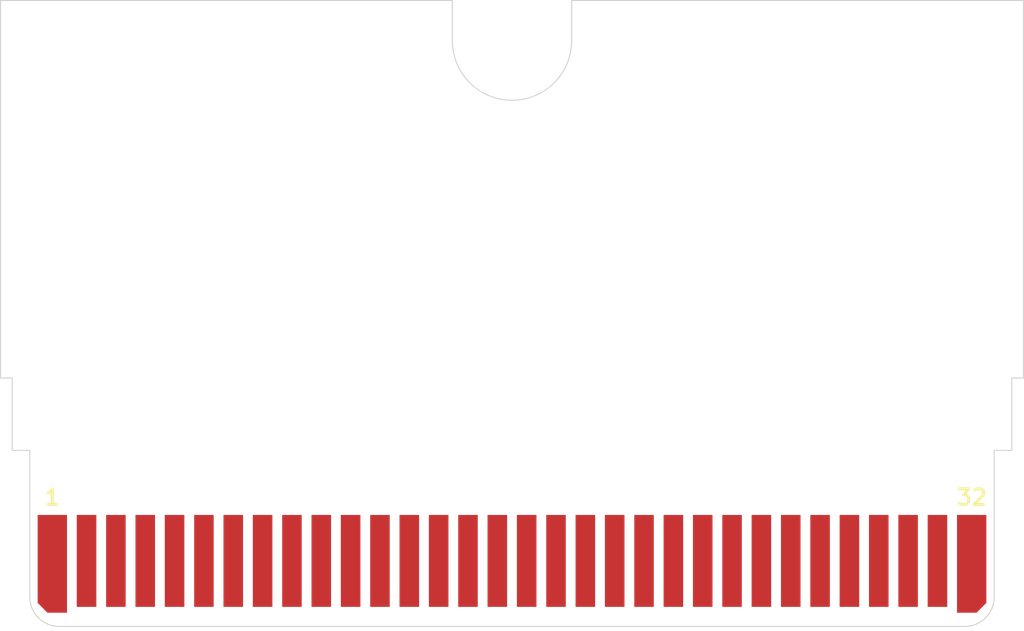
<source format=kicad_pcb>
(kicad_pcb (version 20211014) (generator pcbnew)
  (layers (0 "F.Cu" signal) (31 "B.Cu" signal) (34 "B.Paste" user) (35 "F.Paste" user) (36 "B.SilkS" user "B.Silkscreen") (37 "F.SilkS" user "F.Silkscreen") (38 "B.Mask" user) (39 "F.Mask" user) (44 "Edge.Cuts" user))
  (net 0 "")
  (net 1 "Net-(J1-Pad1)")
  (net 2 "Net-(J1-Pad32)")
  (net 3 "Net-(J1-Pad2)")
  (net 4 "Net-(J1-Pad3)")
  (net 5 "Net-(J1-Pad4)")
  (net 6 "Net-(J1-Pad5)")
  (net 7 "Net-(J1-Pad6)")
  (net 8 "Net-(J1-Pad12)")
  (net 9 "Net-(J1-Pad11)")
  (net 10 "Net-(J1-Pad10)")
  (net 11 "Net-(J1-Pad9)")
  (net 12 "Net-(J1-Pad8)")
  (net 13 "Net-(J1-Pad7)")
  (net 14 "Net-(J1-Pad19)")
  (net 15 "Net-(J1-Pad20)")
  (net 16 "Net-(J1-Pad21)")
  (net 17 "Net-(J1-Pad22)")
  (net 18 "Net-(J1-Pad23)")
  (net 19 "Net-(J1-Pad24)")
  (net 20 "Net-(J1-Pad18)")
  (net 21 "Net-(J1-Pad17)")
  (net 22 "Net-(J1-Pad16)")
  (net 23 "Net-(J1-Pad15)")
  (net 24 "Net-(J1-Pad14)")
  (net 25 "Net-(J1-Pad13)")
  (net 26 "Net-(J1-Pad31)")
  (net 27 "Net-(J1-Pad30)")
  (net 28 "Net-(J1-Pad29)")
  (net 29 "Net-(J1-Pad28)")
  (net 30 "Net-(J1-Pad27)")
  (net 31 "Net-(J1-Pad25)")
  (net 32 "Net-(J1-Pad26)")
  (footprint "Connector_GameBoy:GameBoy_GamePak_AGB-002_P1.50mm_Edge_Bootleg" (layer "F.Cu") (at 149.65 117)
    (fp_text reference "J1" hide)
    (fp_text value "GameBoy_GamePak_AGB-002" hide)
    (fp_text user "1" (at -23.5 -6.6) (layer "F.SilkS") (effects (font (size 0.8 0.8))))
    (fp_text user "32" (at 23.5 -6.6) (layer "F.SilkS") (effects (font (size 0.8 0.8))))
    (pad "1" smd custom locked (at -23.5 -5.2) (size 1 1) (layers "F.Cu" "F.Mask") (net 1 "Net-(J1-Pad1)") (options (clearance outline) (anchor rect)) (primitives (gr_poly (pts (xy -0.75 4) (xy -0.75 -0.5) (xy 0.75 -0.5) (xy 0.75 4.5) (xy -0.25 4.5)) (width 0) (fill yes))))
    (pad "2" smd custom locked (at -21.75 -5.2) (size 1 1) (layers "F.Cu" "F.Mask") (net 3 "Net-(J1-Pad2)") (options (clearance outline) (anchor rect)) (primitives (gr_poly (pts (xy 0.5 4.2) (xy -0.5 4.2) (xy -0.5 -0.5) (xy 0.5 -0.5)) (width 0) (fill yes))))
    (pad "3" smd custom locked (at -20.25 -5.2) (size 1 1) (layers "F.Cu" "F.Mask") (net 4 "Net-(J1-Pad3)") (options (clearance outline) (anchor rect)) (primitives (gr_poly (pts (xy 0.5 4.2) (xy -0.5 4.2) (xy -0.5 -0.5) (xy 0.5 -0.5)) (width 0) (fill yes))))
    (pad "4" smd custom locked (at -18.75 -5.2) (size 1 1) (layers "F.Cu" "F.Mask") (net 5 "Net-(J1-Pad4)") (options (clearance outline) (anchor rect)) (primitives (gr_poly (pts (xy 0.5 4.2) (xy -0.5 4.2) (xy -0.5 -0.5) (xy 0.5 -0.5)) (width 0) (fill yes))))
    (pad "5" smd custom locked (at -17.25 -5.2) (size 1 1) (layers "F.Cu" "F.Mask") (net 6 "Net-(J1-Pad5)") (options (clearance outline) (anchor rect)) (primitives (gr_poly (pts (xy 0.5 4.2) (xy -0.5 4.2) (xy -0.5 -0.5) (xy 0.5 -0.5)) (width 0) (fill yes))))
    (pad "6" smd custom locked (at -15.75 -5.2) (size 1 1) (layers "F.Cu" "F.Mask") (net 7 "Net-(J1-Pad6)") (options (clearance outline) (anchor rect)) (primitives (gr_poly (pts (xy 0.5 4.2) (xy -0.5 4.2) (xy -0.5 -0.5) (xy 0.5 -0.5)) (width 0) (fill yes))))
    (pad "7" smd custom locked (at -14.25 -5.2) (size 1 1) (layers "F.Cu" "F.Mask") (net 13 "Net-(J1-Pad7)") (options (clearance outline) (anchor rect)) (primitives (gr_poly (pts (xy 0.5 4.2) (xy -0.5 4.2) (xy -0.5 -0.5) (xy 0.5 -0.5)) (width 0) (fill yes))))
    (pad "8" smd custom locked (at -12.75 -5.2) (size 1 1) (layers "F.Cu" "F.Mask") (net 12 "Net-(J1-Pad8)") (options (clearance outline) (anchor rect)) (primitives (gr_poly (pts (xy 0.5 4.2) (xy -0.5 4.2) (xy -0.5 -0.5) (xy 0.5 -0.5)) (width 0) (fill yes))))
    (pad "9" smd custom locked (at -11.25 -5.2) (size 1 1) (layers "F.Cu" "F.Mask") (net 11 "Net-(J1-Pad9)") (options (clearance outline) (anchor rect)) (primitives (gr_poly (pts (xy 0.5 4.2) (xy -0.5 4.2) (xy -0.5 -0.5) (xy 0.5 -0.5)) (width 0) (fill yes))))
    (pad "10" smd custom locked (at -9.75 -5.2) (size 1 1) (layers "F.Cu" "F.Mask") (net 10 "Net-(J1-Pad10)") (options (clearance outline) (anchor rect)) (primitives (gr_poly (pts (xy 0.5 4.2) (xy -0.5 4.2) (xy -0.5 -0.5) (xy 0.5 -0.5)) (width 0) (fill yes))))
    (pad "11" smd custom locked (at -8.25 -5.2) (size 1 1) (layers "F.Cu" "F.Mask") (net 9 "Net-(J1-Pad11)") (options (clearance outline) (anchor rect)) (primitives (gr_poly (pts (xy 0.5 4.2) (xy -0.5 4.2) (xy -0.5 -0.5) (xy 0.5 -0.5)) (width 0) (fill yes))))
    (pad "12" smd custom locked (at -6.75 -5.2) (size 1 1) (layers "F.Cu" "F.Mask") (net 8 "Net-(J1-Pad12)") (options (clearance outline) (anchor rect)) (primitives (gr_poly (pts (xy 0.5 4.2) (xy -0.5 4.2) (xy -0.5 -0.5) (xy 0.5 -0.5)) (width 0) (fill yes))))
    (pad "13" smd custom locked (at -5.25 -5.2) (size 1 1) (layers "F.Cu" "F.Mask") (net 25 "Net-(J1-Pad13)") (options (clearance outline) (anchor rect)) (primitives (gr_poly (pts (xy 0.5 4.2) (xy -0.5 4.2) (xy -0.5 -0.5) (xy 0.5 -0.5)) (width 0) (fill yes))))
    (pad "14" smd custom locked (at -3.75 -5.2) (size 1 1) (layers "F.Cu" "F.Mask") (net 24 "Net-(J1-Pad14)") (options (clearance outline) (anchor rect)) (primitives (gr_poly (pts (xy 0.5 4.2) (xy -0.5 4.2) (xy -0.5 -0.5) (xy 0.5 -0.5)) (width 0) (fill yes))))
    (pad "15" smd custom locked (at -2.25 -5.2) (size 1 1) (layers "F.Cu" "F.Mask") (net 23 "Net-(J1-Pad15)") (options (clearance outline) (anchor rect)) (primitives (gr_poly (pts (xy 0.5 4.2) (xy -0.5 4.2) (xy -0.5 -0.5) (xy 0.5 -0.5)) (width 0) (fill yes))))
    (pad "16" smd custom locked (at -0.75 -5.2) (size 1 1) (layers "F.Cu" "F.Mask") (net 22 "Net-(J1-Pad16)") (options (clearance outline) (anchor rect)) (primitives (gr_poly (pts (xy 0.5 4.2) (xy -0.5 4.2) (xy -0.5 -0.5) (xy 0.5 -0.5)) (width 0) (fill yes))))
    (pad "17" smd custom locked (at 0.75 -5.2) (size 1 1) (layers "F.Cu" "F.Mask") (net 21 "Net-(J1-Pad17)") (options (clearance outline) (anchor rect)) (primitives (gr_poly (pts (xy 0.5 4.2) (xy -0.5 4.2) (xy -0.5 -0.5) (xy 0.5 -0.5)) (width 0) (fill yes))))
    (pad "18" smd custom locked (at 2.25 -5.2) (size 1 1) (layers "F.Cu" "F.Mask") (net 20 "Net-(J1-Pad18)") (options (clearance outline) (anchor rect)) (primitives (gr_poly (pts (xy 0.5 4.2) (xy -0.5 4.2) (xy -0.5 -0.5) (xy 0.5 -0.5)) (width 0) (fill yes))))
    (pad "19" smd custom locked (at 3.75 -5.2) (size 1 1) (layers "F.Cu" "F.Mask") (net 14 "Net-(J1-Pad19)") (options (clearance outline) (anchor rect)) (primitives (gr_poly (pts (xy 0.5 4.2) (xy -0.5 4.2) (xy -0.5 -0.5) (xy 0.5 -0.5)) (width 0) (fill yes))))
    (pad "20" smd custom locked (at 5.25 -5.2) (size 1 1) (layers "F.Cu" "F.Mask") (net 15 "Net-(J1-Pad20)") (options (clearance outline) (anchor rect)) (primitives (gr_poly (pts (xy 0.5 4.2) (xy -0.5 4.2) (xy -0.5 -0.5) (xy 0.5 -0.5)) (width 0) (fill yes))))
    (pad "21" smd custom locked (at 6.75 -5.2) (size 1 1) (layers "F.Cu" "F.Mask") (net 16 "Net-(J1-Pad21)") (options (clearance outline) (anchor rect)) (primitives (gr_poly (pts (xy 0.5 4.2) (xy -0.5 4.2) (xy -0.5 -0.5) (xy 0.5 -0.5)) (width 0) (fill yes))))
    (pad "22" smd custom locked (at 8.25 -5.2) (size 1 1) (layers "F.Cu" "F.Mask") (net 17 "Net-(J1-Pad22)") (options (clearance outline) (anchor rect)) (primitives (gr_poly (pts (xy 0.5 4.2) (xy -0.5 4.2) (xy -0.5 -0.5) (xy 0.5 -0.5)) (width 0) (fill yes))))
    (pad "23" smd custom locked (at 9.75 -5.2) (size 1 1) (layers "F.Cu" "F.Mask") (net 18 "Net-(J1-Pad23)") (options (clearance outline) (anchor rect)) (primitives (gr_poly (pts (xy 0.5 4.2) (xy -0.5 4.2) (xy -0.5 -0.5) (xy 0.5 -0.5)) (width 0) (fill yes))))
    (pad "24" smd custom locked (at 11.25 -5.2) (size 1 1) (layers "F.Cu" "F.Mask") (net 19 "Net-(J1-Pad24)") (options (clearance outline) (anchor rect)) (primitives (gr_poly (pts (xy 0.5 4.2) (xy -0.5 4.2) (xy -0.5 -0.5) (xy 0.5 -0.5)) (width 0) (fill yes))))
    (pad "25" smd custom locked (at 12.75 -5.2) (size 1 1) (layers "F.Cu" "F.Mask") (net 31 "Net-(J1-Pad25)") (options (clearance outline) (anchor rect)) (primitives (gr_poly (pts (xy 0.5 4.2) (xy -0.5 4.2) (xy -0.5 -0.5) (xy 0.5 -0.5)) (width 0) (fill yes))))
    (pad "26" smd custom locked (at 14.25 -5.2) (size 1 1) (layers "F.Cu" "F.Mask") (net 32 "Net-(J1-Pad26)") (options (clearance outline) (anchor rect)) (primitives (gr_poly (pts (xy 0.5 4.2) (xy -0.5 4.2) (xy -0.5 -0.5) (xy 0.5 -0.5)) (width 0) (fill yes))))
    (pad "27" smd custom locked (at 15.75 -5.2) (size 1 1) (layers "F.Cu" "F.Mask") (net 30 "Net-(J1-Pad27)") (options (clearance outline) (anchor rect)) (primitives (gr_poly (pts (xy 0.5 4.2) (xy -0.5 4.2) (xy -0.5 -0.5) (xy 0.5 -0.5)) (width 0) (fill yes))))
    (pad "28" smd custom locked (at 17.25 -5.2) (size 1 1) (layers "F.Cu" "F.Mask") (net 29 "Net-(J1-Pad28)") (options (clearance outline) (anchor rect)) (primitives (gr_poly (pts (xy 0.5 4.2) (xy -0.5 4.2) (xy -0.5 -0.5) (xy 0.5 -0.5)) (width 0) (fill yes))))
    (pad "29" smd custom locked (at 18.75 -5.2) (size 1 1) (layers "F.Cu" "F.Mask") (net 28 "Net-(J1-Pad29)") (options (clearance outline) (anchor rect)) (primitives (gr_poly (pts (xy 0.5 4.2) (xy -0.5 4.2) (xy -0.5 -0.5) (xy 0.5 -0.5)) (width 0) (fill yes))))
    (pad "30" smd custom locked (at 20.25 -5.2) (size 1 1) (layers "F.Cu" "F.Mask") (net 27 "Net-(J1-Pad30)") (options (clearance outline) (anchor rect)) (primitives (gr_poly (pts (xy 0.5 4.2) (xy -0.5 4.2) (xy -0.5 -0.5) (xy 0.5 -0.5)) (width 0) (fill yes))))
    (pad "31" smd custom locked (at 21.75 -5.2) (size 1 1) (layers "F.Cu" "F.Mask") (net 26 "Net-(J1-Pad31)") (options (clearance outline) (anchor rect)) (primitives (gr_poly (pts (xy 0.5 4.2) (xy -0.5 4.2) (xy -0.5 -0.5) (xy 0.5 -0.5)) (width 0) (fill yes))))
    (pad "32" smd custom locked (at 23.5 -5.2) (size 1 1) (layers "F.Cu" "F.Mask") (net 2 "Net-(J1-Pad32)") (options (clearance outline) (anchor rect)) (primitives (gr_poly (pts (xy -0.75 4.5) (xy -0.75 -0.5) (xy 0.75 -0.5) (xy 0.75 4) (xy 0.25 4.5)) (width 0) (fill yes))))
  )
  (gr_line (start 172.8 117) (end 126.5 117) (layer "Edge.Cuts") (width 0.05))
  (gr_line (start 174.3 115.5) (end 174.3 108) (layer "Edge.Cuts") (width 0.05))
  (gr_line (start 125 108) (end 124.1 108) (layer "Edge.Cuts") (width 0.05))
  (gr_line (start 125 115.5) (end 125 108) (layer "Edge.Cuts") (width 0.05))
  (gr_line (start 123.5 104.3) (end 123.5 85) (layer "Edge.Cuts") (width 0.05))
  (gr_line (start 175.8 104.3) (end 175.8 85) (layer "Edge.Cuts") (width 0.05))
  (gr_line (start 175.2 108) (end 174.3 108) (layer "Edge.Cuts") (width 0.05))
  (gr_line (start 175.2 104.3) (end 175.8 104.3) (layer "Edge.Cuts") (width 0.05))
  (gr_line (start 175.2 104.3) (end 175.2 108) (layer "Edge.Cuts") (width 0.05))
  (gr_arc (start 152.7 87.05) (mid 149.65 90.1) (end 146.6 87.05) (layer "Edge.Cuts") (width 0.05))
  (gr_line (start 175.8 85) (end 152.7 85) (layer "Edge.Cuts") (width 0.05))
  (gr_line (start 152.7 85) (end 152.7 87.05) (layer "Edge.Cuts") (width 0.05))
  (gr_line (start 146.6 85) (end 146.6 87.05) (layer "Edge.Cuts") (width 0.05))
  (gr_line (start 123.5 85) (end 146.6 85) (layer "Edge.Cuts") (width 0.05))
  (gr_arc (start 174.3 115.5) (mid 173.86066 116.56066) (end 172.8 117) (layer "Edge.Cuts") (width 0.05))
  (gr_arc (start 126.5 117) (mid 125.43934 116.56066) (end 125 115.5) (layer "Edge.Cuts") (width 0.05))
  (gr_line (start 124.1 104.3) (end 124.1 108) (layer "Edge.Cuts") (width 0.05))
  (gr_line (start 123.5 104.3) (end 124.1 104.3) (layer "Edge.Cuts") (width 0.05))
)
</source>
